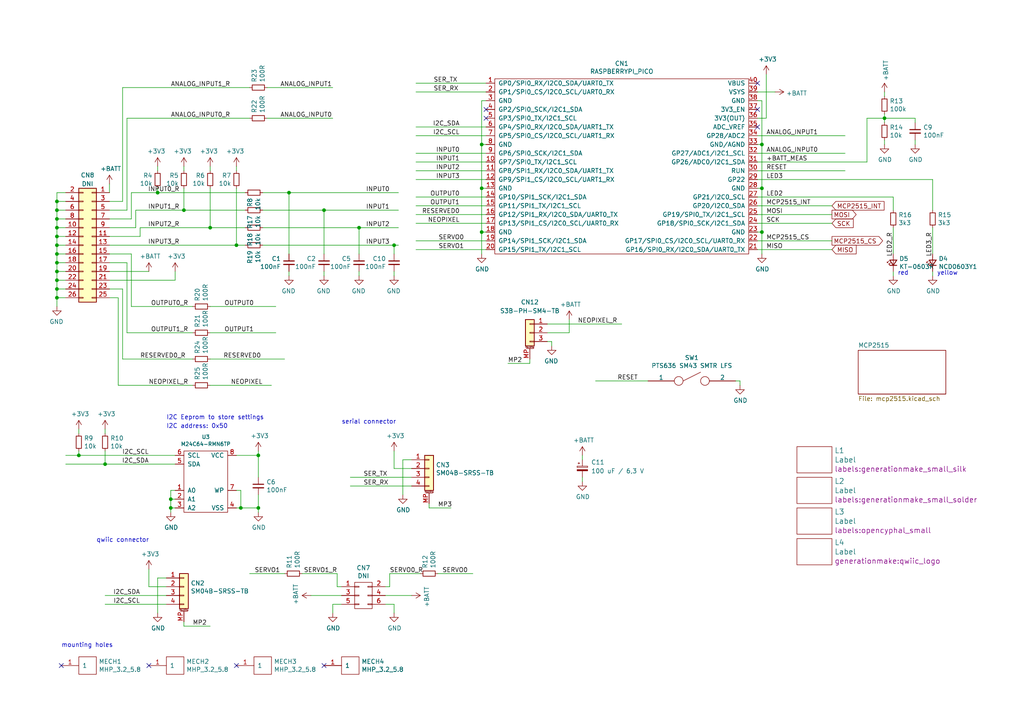
<source format=kicad_sch>
(kicad_sch (version 20211123) (generator eeschema)
  (paper "A4")
  (title_block (title "CyphalPicoBase/CAN") (date "2023-09-21") (rev "0.3") (company "generationmake"))
  (lib_symbols
    (symbol "Connector_Generic:Conn_02x13_Odd_Even" (pin_names (offset 1.016) hide)
      (property "Reference" "J" (at 1.27 17.78 0))
      (property "Value" "Conn_02x13_Odd_Even" (at 1.27 -17.78 0))
      (symbol "Conn_02x13_Odd_Even_1_1"
        (pin passive line (at -5.08 15.24 0) (length 3.81) (name "Pin_1") (number "1"))
        (pin passive line (at 7.62 5.08 180) (length 3.81) (name "Pin_10") (number "10"))
        (pin passive line (at -5.08 2.54 0) (length 3.81) (name "Pin_11") (number "11"))
        (pin passive line (at 7.62 2.54 180) (length 3.81) (name "Pin_12") (number "12"))
        (pin passive line (at -5.08 0 0) (length 3.81) (name "Pin_13") (number "13"))
        (pin passive line (at 7.62 0 180) (length 3.81) (name "Pin_14") (number "14"))
        (pin passive line (at -5.08 -2.54 0) (length 3.81) (name "Pin_15") (number "15"))
        (pin passive line (at 7.62 -2.54 180) (length 3.81) (name "Pin_16") (number "16"))
        (pin passive line (at -5.08 -5.08 0) (length 3.81) (name "Pin_17") (number "17"))
        (pin passive line (at 7.62 -5.08 180) (length 3.81) (name "Pin_18") (number "18"))
        (pin passive line (at -5.08 -7.62 0) (length 3.81) (name "Pin_19") (number "19"))
        (pin passive line (at 7.62 15.24 180) (length 3.81) (name "Pin_2") (number "2"))
        (pin passive line (at 7.62 -7.62 180) (length 3.81) (name "Pin_20") (number "20"))
        (pin passive line (at -5.08 -10.16 0) (length 3.81) (name "Pin_21") (number "21"))
        (pin passive line (at 7.62 -10.16 180) (length 3.81) (name "Pin_22") (number "22"))
        (pin passive line (at -5.08 -12.7 0) (length 3.81) (name "Pin_23") (number "23"))
        (pin passive line (at 7.62 -12.7 180) (length 3.81) (name "Pin_24") (number "24"))
        (pin passive line (at -5.08 -15.24 0) (length 3.81) (name "Pin_25") (number "25"))
        (pin passive line (at 7.62 -15.24 180) (length 3.81) (name "Pin_26") (number "26"))
        (pin passive line (at -5.08 12.7 0) (length 3.81) (name "Pin_3") (number "3"))
        (pin passive line (at 7.62 12.7 180) (length 3.81) (name "Pin_4") (number "4"))
        (pin passive line (at -5.08 10.16 0) (length 3.81) (name "Pin_5") (number "5"))
        (pin passive line (at 7.62 10.16 180) (length 3.81) (name "Pin_6") (number "6"))
        (pin passive line (at -5.08 7.62 0) (length 3.81) (name "Pin_7") (number "7"))
        (pin passive line (at 7.62 7.62 180) (length 3.81) (name "Pin_8") (number "8"))
        (pin passive line (at -5.08 5.08 0) (length 3.81) (name "Pin_9") (number "9"))
      )
    )
    (symbol "Connector_Generic_MountingPin:Conn_01x03_MountingPin" (pin_names (offset 1.016) hide)
      (property "Reference" "J" (at 0 5.08 0))
      (property "Value" "Conn_01x03_MountingPin" (at 1.27 -5.08 0))
      (symbol "Conn_01x03_MountingPin_1_1"
        (text "Mounting" (at 0 -4.191 0) (effects (font (size 0.381 0.381))))
        (pin passive line (at -5.08 2.54 0) (length 3.81) (name "Pin_1") (number "1"))
        (pin passive line (at -5.08 0 0) (length 3.81) (name "Pin_2") (number "2"))
        (pin passive line (at -5.08 -2.54 0) (length 3.81) (name "Pin_3") (number "3"))
        (pin passive line (at 0 -7.62 90) (length 3.048) (name "MountPin") (number "MP"))
      )
    )
    (symbol "Connector_Generic_MountingPin:Conn_01x04_MountingPin" (pin_names (offset 1.016) hide)
      (property "Reference" "J" (at 0 5.08 0))
      (property "Value" "Conn_01x04_MountingPin" (at 1.27 -7.62 0))
      (symbol "Conn_01x04_MountingPin_1_1"
        (text "Mounting" (at 0 -6.731 0) (effects (font (size 0.381 0.381))))
        (pin passive line (at -5.08 2.54 0) (length 3.81) (name "Pin_1") (number "1"))
        (pin passive line (at -5.08 0 0) (length 3.81) (name "Pin_2") (number "2"))
        (pin passive line (at -5.08 -2.54 0) (length 3.81) (name "Pin_3") (number "3"))
        (pin passive line (at -5.08 -5.08 0) (length 3.81) (name "Pin_4") (number "4"))
        (pin passive line (at 0 -10.16 90) (length 3.048) (name "MountPin") (number "MP"))
      )
    )
    (symbol "Device:C_Polarized_Small" (pin_numbers hide) (pin_names (offset 0.254) hide)
      (property "Reference" "C" (at 0.254 1.778 0))
      (property "Value" "C_Polarized_Small" (at 0.254 -2.032 0))
      (symbol "C_Polarized_Small_1_1"
        (pin passive line (at 0 2.54 270) (length 1.8542) (name "~") (number "1"))
        (pin passive line (at 0 -2.54 90) (length 1.8542) (name "~") (number "2"))
      )
    )
    (symbol "Device:C_Small" (pin_numbers hide) (pin_names (offset 0.254) hide)
      (property "Reference" "C" (at 0.254 1.778 0))
      (property "Value" "C_Small" (at 0.254 -2.032 0))
      (symbol "C_Small_1_1"
        (pin passive line (at 0 2.54 270) (length 2.032) (name "~") (number "1"))
        (pin passive line (at 0 -2.54 90) (length 2.032) (name "~") (number "2"))
      )
    )
    (symbol "Device:LED_Small" (pin_numbers hide) (pin_names (offset 0.254) hide)
      (property "Reference" "D" (at -1.27 3.175 0))
      (property "Value" "LED_Small" (at -4.445 -2.54 0))
      (symbol "LED_Small_1_1"
        (pin passive line (at -2.54 0 0) (length 1.778) (name "K") (number "1"))
        (pin passive line (at 2.54 0 180) (length 1.778) (name "A") (number "2"))
      )
    )
    (symbol "Device:R_Small" (pin_numbers hide) (pin_names (offset 0.254) hide)
      (property "Reference" "R" (at 0.762 0.508 0))
      (property "Value" "R_Small" (at 0.762 -1.016 0))
      (symbol "R_Small_1_1"
        (pin passive line (at 0 2.54 270) (length 0.762) (name "~") (number "1"))
        (pin passive line (at 0 -2.54 90) (length 0.762) (name "~") (number "2"))
      )
    )
    (symbol "OpenCyphalPicoBase-rescue:+3.3V-power-supply" (power) (pin_names (offset 0))
      (property "Value" "+3.3V-power-supply" (at 0 3.556 0))
      (symbol "+3.3V-power-supply_1_1"
        (pin power_in line (at 0 0 90) (length 0) hide (name "+3V3") (number "1"))
      )
    )
    (symbol "OpenCyphalPicoBase-rescue:+BATT-power-supply" (power) (pin_names (offset 0))
      (property "Value" "+BATT-power-supply" (at 0 3.556 0))
      (symbol "+BATT-power-supply_1_1"
        (pin power_in line (at 0 0 90) (length 0) hide (name "+BATT") (number "1"))
      )
    )
    (symbol "OpenCyphalPicoBase-rescue:24LC64-IC_interface_i2c" (pin_names (offset 1.016))
      (property "Reference" "U" (at 0 10.16 0))
      (property "Value" "24LC64-IC_interface_i2c" (at 0 -10.16 0))
      (symbol "24LC64-IC_interface_i2c_1_1"
        (pin input line (at -8.89 -2.54 0) (length 2.54) (name "A0") (number "1"))
        (pin input line (at -8.89 -5.08 0) (length 2.54) (name "A1") (number "2"))
        (pin input line (at -8.89 -7.62 0) (length 2.54) (name "A2") (number "3"))
        (pin input line (at 8.89 -7.62 180) (length 2.54) (name "VSS") (number "4"))
        (pin input line (at -8.89 5.08 0) (length 2.54) (name "SDA") (number "5"))
        (pin input line (at -8.89 7.62 0) (length 2.54) (name "SCL") (number "6"))
        (pin input line (at 8.89 -2.54 180) (length 2.54) (name "WP") (number "7"))
        (pin input line (at 8.89 7.62 180) (length 2.54) (name "VCC") (number "8"))
      )
    )
    (symbol "OpenCyphalPicoBase-rescue:CONN_02X03-mechanical-connectors" (pin_names (offset 0.0254) hide)
      (property "Reference" "P" (at 0 5.08 0))
      (property "Value" "CONN_02X03-mechanical-connectors" (at 0 -5.08 0))
      (symbol "CONN_02X03-mechanical-connectors_1_1"
        (pin passive line (at -6.35 2.54 0) (length 3.81) (name "P1") (number "1"))
        (pin passive line (at 6.35 2.54 180) (length 3.81) (name "P2") (number "2"))
        (pin passive line (at -6.35 0 0) (length 3.81) (name "P3") (number "3"))
        (pin passive line (at 6.35 0 180) (length 3.81) (name "P4") (number "4"))
        (pin passive line (at -6.35 -2.54 0) (length 3.81) (name "P5") (number "5"))
        (pin passive line (at 6.35 -2.54 180) (length 3.81) (name "P6") (number "6"))
      )
    )
    (symbol "OpenCyphalPicoBase-rescue:GND-power-supply" (power) (pin_names (offset 0))
      (property "Value" "GND-power-supply" (at 0 -3.81 0))
      (symbol "GND-power-supply_1_1"
        (pin power_in line (at 0 0 270) (length 0) hide (name "GND") (number "1"))
      )
    )
    (symbol "OpenCyphalPicoBase-rescue:Label-devices" (pin_names (offset 1.016))
      (property "Reference" "L" (at 0 5.08 0))
      (property "Value" "Label-devices" (at 0 0 0))
    )
    (symbol "OpenCyphalPicoBase-rescue:MHP_3.2_5.8-MECH_mounting-holes" (pin_names (offset 1.016))
      (property "Reference" "MECH" (at 0 3.81 0))
      (property "Value" "MHP_3.2_5.8-MECH_mounting-holes" (at 1.27 -3.81 0))
      (symbol "MHP_3.2_5.8-MECH_mounting-holes_1_1"
        (pin bidirectional line (at -7.62 0 0) (length 5.08) (name "1") (number "1"))
      )
    )
    (symbol "OpenCyphalPicoBase-rescue:RASPBERRYPI_PICO-MODULE_compute" (pin_names (offset 1.016))
      (property "Reference" "CN" (at 0 26.67 0))
      (property "Value" "RASPBERRYPI_PICO-MODULE_compute" (at 0 -26.67 0))
      (symbol "RASPBERRYPI_PICO-MODULE_compute_1_1"
        (pin input line (at -39.37 24.13 0) (length 2.54) (name "GP0/SPI0_RX/I2C0_SDA/UART0_TX") (number "1"))
        (pin input line (at -39.37 1.27 0) (length 2.54) (name "GP7/SPI0_TX/I2C1_SCL") (number "10"))
        (pin input line (at -39.37 -1.27 0) (length 2.54) (name "GP8/SPI1_RX/I2C0_SDA/UART1_TX") (number "11"))
        (pin input line (at -39.37 -3.81 0) (length 2.54) (name "GP9/SPI1_CS/I2C0_SCL/UART1_RX") (number "12"))
        (pin input line (at -39.37 -6.35 0) (length 2.54) (name "GND") (number "13"))
        (pin input line (at -39.37 -8.89 0) (length 2.54) (name "GP10/SPI1_SCK/I2C1_SDA") (number "14"))
        (pin input line (at -39.37 -11.43 0) (length 2.54) (name "GP11/SPI1_TX/I2C1_SCL") (number "15"))
        (pin input line (at -39.37 -13.97 0) (length 2.54) (name "GP12/SPI1_RX/I2C0_SDA/UART0_TX") (number "16"))
        (pin input line (at -39.37 -16.51 0) (length 2.54) (name "GP13/SPI1_CS/I2C0_SCL/UART0_RX") (number "17"))
        (pin input line (at -39.37 -19.05 0) (length 2.54) (name "GND") (number "18"))
        (pin input line (at -39.37 -21.59 0) (length 2.54) (name "GP14/SPI1_SCK/I2C1_SDA") (number "19"))
        (pin input line (at -39.37 21.59 0) (length 2.54) (name "GP1/SPI0_CS/I2C0_SCL/UART0_RX") (number "2"))
        (pin input line (at -39.37 -24.13 0) (length 2.54) (name "GP15/SPI1_TX/I2C1_SCL") (number "20"))
        (pin input line (at 39.37 -24.13 180) (length 2.54) (name "GP16/SPI0_RX/I2C0_SDA/UART0_TX") (number "21"))
        (pin input line (at 39.37 -21.59 180) (length 2.54) (name "GP17/SPI0_CS/I2C0_SCL/UART0_RX") (number "22"))
        (pin input line (at 39.37 -19.05 180) (length 2.54) (name "GND") (number "23"))
        (pin input line (at 39.37 -16.51 180) (length 2.54) (name "GP18/SPI0_SCK/I2C1_SDA") (number "24"))
        (pin input line (at 39.37 -13.97 180) (length 2.54) (name "GP19/SPI0_TX/I2C1_SCL") (number "25"))
        (pin input line (at 39.37 -11.43 180) (length 2.54) (name "GP20/I2C0_SDA") (number "26"))
        (pin input line (at 39.37 -8.89 180) (length 2.54) (name "GP21/I2C0_SCL") (number "27"))
        (pin input line (at 39.37 -6.35 180) (length 2.54) (name "GND") (number "28"))
        (pin input line (at 39.37 -3.81 180) (length 2.54) (name "GP22") (number "29"))
        (pin input line (at -39.37 19.05 0) (length 2.54) (name "GND") (number "3"))
        (pin input line (at 39.37 -1.27 180) (length 2.54) (name "RUN") (number "30"))
        (pin input line (at 39.37 1.27 180) (length 2.54) (name "GP26/ADC0/I2C1_SDA") (number "31"))
        (pin input line (at 39.37 3.81 180) (length 2.54) (name "GP27/ADC1/I2C1_SCL") (number "32"))
        (pin input line (at 39.37 6.35 180) (length 2.54) (name "GND/AGND") (number "33"))
        (pin input line (at 39.37 8.89 180) (length 2.54) (name "GP28/ADC2") (number "34"))
        (pin input line (at 39.37 11.43 180) (length 2.54) (name "ADC_VREF") (number "35"))
        (pin input line (at 39.37 13.97 180) (length 2.54) (name "3V3(OUT)") (number "36"))
        (pin input line (at 39.37 16.51 180) (length 2.54) (name "3V3_EN") (number "37"))
        (pin input line (at 39.37 19.05 180) (length 2.54) (name "GND") (number "38"))
        (pin input line (at 39.37 21.59 180) (length 2.54) (name "VSYS") (number "39"))
        (pin input line (at -39.37 16.51 0) (length 2.54) (name "GP2/SPI0_SCK/I2C1_SDA") (number "4"))
        (pin input line (at 39.37 24.13 180) (length 2.54) (name "VBUS") (number "40"))
        (pin input line (at -39.37 13.97 0) (length 2.54) (name "GP3/SPI0_TX/I2C1_SCL") (number "5"))
        (pin input line (at -39.37 11.43 0) (length 2.54) (name "GP4/SPI0_RX/I2C0_SDA/UART1_TX") (number "6"))
        (pin input line (at -39.37 8.89 0) (length 2.54) (name "GP5/SPI0_CS/I2C0_SCL/UART1_RX") (number "7"))
        (pin input line (at -39.37 6.35 0) (length 2.54) (name "GND") (number "8"))
        (pin input line (at -39.37 3.81 0) (length 2.54) (name "GP6/SPI0_SCK/I2C1_SDA") (number "9"))
      )
    )
    (symbol "OpenCyphalPicoBase-rescue:SPST-devices" (pin_numbers hide) (pin_names (offset 0))
      (property "Reference" "SW" (at 0 2.54 0))
      (property "Value" "SPST-devices" (at 0 -2.54 0))
      (symbol "SPST-devices_1_1"
        (pin input line (at -12.7 0 0) (length 7.62) (name "1") (number "1"))
        (pin input line (at 12.7 0 180) (length 7.62) (name "2") (number "2"))
      )
    )
  )
  (junction (at 16.51 83.82))
  (junction (at 16.51 60.96))
  (junction (at 16.51 68.58))
  (junction (at 30.48 134.62))
  (junction (at 74.93 147.32))
  (junction (at 16.51 86.36))
  (junction (at 220.98 54.61))
  (junction (at 139.7 67.31))
  (junction (at 83.82 55.88))
  (junction (at 16.51 63.5))
  (junction (at 93.98 60.96))
  (junction (at 45.72 55.88))
  (junction (at 16.51 78.74))
  (junction (at 49.53 147.32))
  (junction (at 16.51 81.28))
  (junction (at 104.14 66.04))
  (junction (at 16.51 66.04))
  (junction (at 22.86 132.08))
  (junction (at 53.34 60.96))
  (junction (at 74.93 132.08))
  (junction (at 220.98 67.31))
  (junction (at 220.98 41.91))
  (junction (at 16.51 58.42))
  (junction (at 114.3 71.12))
  (junction (at 49.53 144.78))
  (junction (at 16.51 76.2))
  (junction (at 69.85 147.32))
  (junction (at 68.58 71.12))
  (junction (at 60.96 66.04))
  (junction (at 139.7 54.61))
  (junction (at 16.51 73.66))
  (junction (at 256.54 34.29))
  (junction (at 16.51 71.12))
  (junction (at 139.7 41.91))
  (no_connect (at 140.97 34.29))
  (no_connect (at 219.71 36.83))
  (no_connect (at 140.97 31.75))
  (no_connect (at 93.98 193.04))
  (no_connect (at 17.78 193.04))
  (no_connect (at 219.71 31.75))
  (no_connect (at 43.18 193.04))
  (no_connect (at 219.71 24.13))
  (no_connect (at 68.58 193.04))
  (wire (pts (xy 68.58 49.53) (xy 68.58 48.26)))
  (wire (pts (xy 220.98 67.31) (xy 220.98 73.66)))
  (wire (pts (xy 265.43 40.64) (xy 265.43 41.91)))
  (wire (pts (xy 50.8 142.24) (xy 49.53 142.24)))
  (wire (pts (xy 96.52 34.29) (xy 77.47 34.29)))
  (wire (pts (xy 113.03 170.18) (xy 111.76 170.18)))
  (wire (pts (xy 30.48 175.26) (xy 48.26 175.26)))
  (wire (pts (xy 48.26 167.64) (xy 45.72 167.64)))
  (wire (pts (xy 22.86 124.46) (xy 22.86 125.73)))
  (wire (pts (xy 101.6 138.43) (xy 119.38 138.43)))
  (wire (pts (xy 74.93 147.32) (xy 74.93 148.59)))
  (wire (pts (xy 16.51 68.58) (xy 19.05 68.58)))
  (wire (pts (xy 31.75 81.28) (xy 50.8 81.28)))
  (wire (pts (xy 69.85 147.32) (xy 74.93 147.32)))
  (wire (pts (xy 45.72 167.64) (xy 45.72 177.8)))
  (wire (pts (xy 71.12 66.04) (xy 60.96 66.04)))
  (wire (pts (xy 38.1 63.5) (xy 38.1 55.88)))
  (wire (pts (xy 120.65 69.85) (xy 140.97 69.85)))
  (wire (pts (xy 19.05 58.42) (xy 16.51 58.42)))
  (wire (pts (xy 68.58 71.12) (xy 71.12 71.12)))
  (wire (pts (xy 111.76 175.26) (xy 114.3 175.26)))
  (wire (pts (xy 31.75 71.12) (xy 68.58 71.12)))
  (wire (pts (xy 120.65 39.37) (xy 140.97 39.37)))
  (wire (pts (xy 30.48 134.62) (xy 50.8 134.62)))
  (wire (pts (xy 104.14 73.66) (xy 104.14 66.04)))
  (wire (pts (xy 68.58 147.32) (xy 69.85 147.32)))
  (wire (pts (xy 256.54 27.94) (xy 256.54 26.67)))
  (wire (pts (xy 120.65 52.07) (xy 140.97 52.07)))
  (wire (pts (xy 35.56 58.42) (xy 35.56 25.4)))
  (wire (pts (xy 114.3 78.74) (xy 114.3 80.01)))
  (wire (pts (xy 22.86 132.08) (xy 50.8 132.08)))
  (wire (pts (xy 270.51 52.07) (xy 270.51 60.96)))
  (wire (pts (xy 50.8 144.78) (xy 49.53 144.78)))
  (wire (pts (xy 120.65 26.67) (xy 140.97 26.67)))
  (wire (pts (xy 36.83 60.96) (xy 36.83 34.29)))
  (wire (pts (xy 49.53 142.24) (xy 49.53 144.78)))
  (wire (pts (xy 259.08 57.15) (xy 259.08 60.96)))
  (wire (pts (xy 220.98 41.91) (xy 220.98 54.61)))
  (wire (pts (xy 16.51 73.66) (xy 16.51 76.2)))
  (wire (pts (xy 241.3 59.69) (xy 219.71 59.69)))
  (wire (pts (xy 139.7 29.21) (xy 139.7 41.91)))
  (wire (pts (xy 36.83 96.52) (xy 55.88 96.52)))
  (wire (pts (xy 31.75 63.5) (xy 38.1 63.5)))
  (wire (pts (xy 93.98 60.96) (xy 76.2 60.96)))
  (wire (pts (xy 115.57 60.96) (xy 93.98 60.96)))
  (wire (pts (xy 80.01 88.9) (xy 60.96 88.9)))
  (wire (pts (xy 219.71 29.21) (xy 220.98 29.21)))
  (wire (pts (xy 60.96 181.61) (xy 53.34 181.61)))
  (wire (pts (xy 35.56 83.82) (xy 35.56 104.14)))
  (wire (pts (xy 16.51 66.04) (xy 16.51 68.58)))
  (wire (pts (xy 74.93 132.08) (xy 74.93 138.43)))
  (wire (pts (xy 153.67 105.41) (xy 153.67 104.14)))
  (wire (pts (xy 139.7 67.31) (xy 139.7 73.66)))
  (wire (pts (xy 259.08 78.74) (xy 259.08 80.01)))
  (wire (pts (xy 34.29 86.36) (xy 34.29 111.76)))
  (wire (pts (xy 45.72 48.26) (xy 45.72 49.53)))
  (wire (pts (xy 256.54 40.64) (xy 256.54 41.91)))
  (wire (pts (xy 16.51 86.36) (xy 16.51 88.9)))
  (wire (pts (xy 87.63 166.37) (xy 97.79 166.37)))
  (wire (pts (xy 251.46 34.29) (xy 256.54 34.29)))
  (wire (pts (xy 31.75 60.96) (xy 36.83 60.96)))
  (wire (pts (xy 220.98 29.21) (xy 220.98 41.91)))
  (wire (pts (xy 259.08 66.04) (xy 259.08 73.66)))
  (wire (pts (xy 241.3 72.39) (xy 219.71 72.39)))
  (wire (pts (xy 16.51 68.58) (xy 16.51 71.12)))
  (wire (pts (xy 69.85 142.24) (xy 69.85 147.32)))
  (wire (pts (xy 256.54 35.56) (xy 256.54 34.29)))
  (wire (pts (xy 139.7 54.61) (xy 139.7 67.31)))
  (wire (pts (xy 180.34 93.98) (xy 158.75 93.98)))
  (wire (pts (xy 71.12 55.88) (xy 45.72 55.88)))
  (wire (pts (xy 120.65 36.83) (xy 140.97 36.83)))
  (wire (pts (xy 119.38 133.35) (xy 116.84 133.35)))
  (wire (pts (xy 168.91 138.43) (xy 168.91 139.7)))
  (wire (pts (xy 16.51 73.66) (xy 19.05 73.66)))
  (wire (pts (xy 16.51 55.88) (xy 16.51 58.42)))
  (wire (pts (xy 251.46 46.99) (xy 251.46 34.29)))
  (wire (pts (xy 114.3 135.89) (xy 114.3 130.81)))
  (wire (pts (xy 43.18 170.18) (xy 43.18 165.1)))
  (wire (pts (xy 16.51 76.2) (xy 19.05 76.2)))
  (wire (pts (xy 16.51 83.82) (xy 19.05 83.82)))
  (wire (pts (xy 219.71 41.91) (xy 220.98 41.91)))
  (wire (pts (xy 219.71 34.29) (xy 222.25 34.29)))
  (wire (pts (xy 80.01 96.52) (xy 60.96 96.52)))
  (wire (pts (xy 137.16 166.37) (xy 127 166.37)))
  (wire (pts (xy 245.11 44.45) (xy 219.71 44.45)))
  (wire (pts (xy 172.72 110.49) (xy 187.96 110.49)))
  (wire (pts (xy 40.64 66.04) (xy 60.96 66.04)))
  (wire (pts (xy 116.84 133.35) (xy 116.84 143.51)))
  (wire (pts (xy 53.34 49.53) (xy 53.34 48.26)))
  (wire (pts (xy 19.05 63.5) (xy 16.51 63.5)))
  (wire (pts (xy 113.03 166.37) (xy 121.92 166.37)))
  (wire (pts (xy 60.96 48.26) (xy 60.96 49.53)))
  (wire (pts (xy 68.58 54.61) (xy 68.58 71.12)))
  (wire (pts (xy 68.58 142.24) (xy 69.85 142.24)))
  (wire (pts (xy 22.86 130.81) (xy 22.86 132.08)))
  (wire (pts (xy 165.1 96.52) (xy 165.1 92.71)))
  (wire (pts (xy 90.17 172.72) (xy 99.06 172.72)))
  (wire (pts (xy 16.51 83.82) (xy 16.51 86.36)))
  (wire (pts (xy 36.83 76.2) (xy 36.83 96.52)))
  (wire (pts (xy 140.97 29.21) (xy 139.7 29.21)))
  (wire (pts (xy 140.97 41.91) (xy 139.7 41.91)))
  (wire (pts (xy 40.64 68.58) (xy 40.64 66.04)))
  (wire (pts (xy 74.93 130.81) (xy 74.93 132.08)))
  (wire (pts (xy 49.53 147.32) (xy 49.53 148.59)))
  (wire (pts (xy 219.71 46.99) (xy 251.46 46.99)))
  (wire (pts (xy 16.51 60.96) (xy 16.51 63.5)))
  (wire (pts (xy 83.82 78.74) (xy 83.82 80.01)))
  (wire (pts (xy 241.3 64.77) (xy 219.71 64.77)))
  (wire (pts (xy 16.51 71.12) (xy 16.51 73.66)))
  (wire (pts (xy 270.51 78.74) (xy 270.51 80.01)))
  (wire (pts (xy 39.37 60.96) (xy 53.34 60.96)))
  (wire (pts (xy 83.82 55.88) (xy 76.2 55.88)))
  (wire (pts (xy 31.75 76.2) (xy 36.83 76.2)))
  (wire (pts (xy 93.98 78.74) (xy 93.98 80.01)))
  (wire (pts (xy 119.38 135.89) (xy 114.3 135.89)))
  (wire (pts (xy 158.75 99.06) (xy 160.02 99.06)))
  (wire (pts (xy 19.05 134.62) (xy 30.48 134.62)))
  (wire (pts (xy 168.91 132.08) (xy 168.91 133.35)))
  (wire (pts (xy 256.54 34.29) (xy 265.43 34.29)))
  (wire (pts (xy 140.97 54.61) (xy 139.7 54.61)))
  (wire (pts (xy 19.05 132.08) (xy 22.86 132.08)))
  (wire (pts (xy 219.71 57.15) (xy 259.08 57.15)))
  (wire (pts (xy 45.72 54.61) (xy 45.72 55.88)))
  (wire (pts (xy 48.26 170.18) (xy 43.18 170.18)))
  (wire (pts (xy 97.79 170.18) (xy 99.06 170.18)))
  (wire (pts (xy 219.71 52.07) (xy 270.51 52.07)))
  (wire (pts (xy 16.51 78.74) (xy 16.51 81.28)))
  (wire (pts (xy 53.34 181.61) (xy 53.34 180.34)))
  (wire (pts (xy 120.65 59.69) (xy 140.97 59.69)))
  (wire (pts (xy 120.65 44.45) (xy 140.97 44.45)))
  (wire (pts (xy 16.51 58.42) (xy 16.51 60.96)))
  (wire (pts (xy 114.3 71.12) (xy 76.2 71.12)))
  (wire (pts (xy 16.51 78.74) (xy 19.05 78.74)))
  (wire (pts (xy 120.65 57.15) (xy 140.97 57.15)))
  (wire (pts (xy 53.34 54.61) (xy 53.34 60.96)))
  (wire (pts (xy 31.75 58.42) (xy 35.56 58.42)))
  (wire (pts (xy 220.98 54.61) (xy 220.98 67.31)))
  (wire (pts (xy 60.96 104.14) (xy 82.55 104.14)))
  (wire (pts (xy 130.81 147.32) (xy 124.46 147.32)))
  (wire (pts (xy 219.71 67.31) (xy 220.98 67.31)))
  (wire (pts (xy 39.37 66.04) (xy 39.37 60.96)))
  (wire (pts (xy 96.52 25.4) (xy 77.47 25.4)))
  (wire (pts (xy 55.88 88.9) (xy 38.1 88.9)))
  (wire (pts (xy 16.51 66.04) (xy 19.05 66.04)))
  (wire (pts (xy 265.43 34.29) (xy 265.43 35.56)))
  (wire (pts (xy 119.38 172.72) (xy 111.76 172.72)))
  (wire (pts (xy 35.56 25.4) (xy 72.39 25.4)))
  (wire (pts (xy 139.7 41.91) (xy 139.7 54.61)))
  (wire (pts (xy 16.51 63.5) (xy 16.51 66.04)))
  (wire (pts (xy 160.02 99.06) (xy 160.02 100.33)))
  (wire (pts (xy 16.51 76.2) (xy 16.51 78.74)))
  (wire (pts (xy 115.57 55.88) (xy 83.82 55.88)))
  (wire (pts (xy 31.75 86.36) (xy 34.29 86.36)))
  (wire (pts (xy 30.48 172.72) (xy 48.26 172.72)))
  (wire (pts (xy 120.65 64.77) (xy 140.97 64.77)))
  (wire (pts (xy 16.51 71.12) (xy 19.05 71.12)))
  (wire (pts (xy 115.57 66.04) (xy 104.14 66.04)))
  (wire (pts (xy 19.05 60.96) (xy 16.51 60.96)))
  (wire (pts (xy 74.93 143.51) (xy 74.93 147.32)))
  (wire (pts (xy 214.63 110.49) (xy 214.63 111.76)))
  (wire (pts (xy 31.75 83.82) (xy 35.56 83.82)))
  (wire (pts (xy 120.65 24.13) (xy 140.97 24.13)))
  (wire (pts (xy 36.83 34.29) (xy 72.39 34.29)))
  (wire (pts (xy 222.25 34.29) (xy 222.25 21.59)))
  (wire (pts (xy 38.1 55.88) (xy 45.72 55.88)))
  (wire (pts (xy 120.65 46.99) (xy 140.97 46.99)))
  (wire (pts (xy 83.82 73.66) (xy 83.82 55.88)))
  (wire (pts (xy 53.34 60.96) (xy 71.12 60.96)))
  (wire (pts (xy 50.8 147.32) (xy 49.53 147.32)))
  (wire (pts (xy 147.32 105.41) (xy 153.67 105.41)))
  (wire (pts (xy 35.56 104.14) (xy 55.88 104.14)))
  (wire (pts (xy 72.39 166.37) (xy 82.55 166.37)))
  (wire (pts (xy 224.79 26.67) (xy 219.71 26.67)))
  (wire (pts (xy 99.06 175.26) (xy 96.52 175.26)))
  (wire (pts (xy 124.46 147.32) (xy 124.46 146.05)))
  (wire (pts (xy 113.03 166.37) (xy 113.03 170.18)))
  (wire (pts (xy 49.53 144.78) (xy 49.53 147.32)))
  (wire (pts (xy 245.11 49.53) (xy 219.71 49.53)))
  (wire (pts (xy 213.36 110.49) (xy 214.63 110.49)))
  (wire (pts (xy 31.75 73.66) (xy 38.1 73.66)))
  (wire (pts (xy 50.8 81.28) (xy 50.8 78.74)))
  (wire (pts (xy 55.88 111.76) (xy 34.29 111.76)))
  (wire (pts (xy 219.71 54.61) (xy 220.98 54.61)))
  (wire (pts (xy 30.48 130.81) (xy 30.48 134.62)))
  (wire (pts (xy 241.3 69.85) (xy 219.71 69.85)))
  (wire (pts (xy 31.75 78.74) (xy 43.18 78.74)))
  (wire (pts (xy 30.48 124.46) (xy 30.48 125.73)))
  (wire (pts (xy 60.96 54.61) (xy 60.96 66.04)))
  (wire (pts (xy 140.97 67.31) (xy 139.7 67.31)))
  (wire (pts (xy 97.79 166.37) (xy 97.79 170.18)))
  (wire (pts (xy 93.98 73.66) (xy 93.98 60.96)))
  (wire (pts (xy 115.57 71.12) (xy 114.3 71.12)))
  (wire (pts (xy 120.65 49.53) (xy 140.97 49.53)))
  (wire (pts (xy 120.65 62.23) (xy 140.97 62.23)))
  (wire (pts (xy 114.3 175.26) (xy 114.3 177.8)))
  (wire (pts (xy 31.75 53.34) (xy 31.75 55.88)))
  (wire (pts (xy 19.05 55.88) (xy 16.51 55.88)))
  (wire (pts (xy 101.6 140.97) (xy 119.38 140.97)))
  (wire (pts (xy 16.51 81.28) (xy 19.05 81.28)))
  (wire (pts (xy 158.75 96.52) (xy 165.1 96.52)))
  (wire (pts (xy 78.74 111.76) (xy 60.96 111.76)))
  (wire (pts (xy 16.51 81.28) (xy 16.51 83.82)))
  (wire (pts (xy 31.75 68.58) (xy 40.64 68.58)))
  (wire (pts (xy 120.65 72.39) (xy 140.97 72.39)))
  (wire (pts (xy 68.58 132.08) (xy 74.93 132.08)))
  (wire (pts (xy 104.14 66.04) (xy 76.2 66.04)))
  (wire (pts (xy 104.14 78.74) (xy 104.14 80.01)))
  (wire (pts (xy 241.3 62.23) (xy 219.71 62.23)))
  (wire (pts (xy 16.51 86.36) (xy 19.05 86.36)))
  (wire (pts (xy 245.11 39.37) (xy 219.71 39.37)))
  (wire (pts (xy 96.52 175.26) (xy 96.52 177.8)))
  (wire (pts (xy 38.1 73.66) (xy 38.1 88.9)))
  (wire (pts (xy 114.3 73.66) (xy 114.3 71.12)))
  (wire (pts (xy 31.75 66.04) (xy 39.37 66.04)))
  (wire (pts (xy 270.51 66.04) (xy 270.51 73.66)))
  (wire (pts (xy 256.54 34.29) (xy 256.54 33.02)))
  (text "yellow" (at 271.78 80.01 0) (effects (font (size 1.27 1.27)) (justify left bottom)))
  (text "serial connector" (at 99.06 123.19 0) (effects (font (size 1.27 1.27)) (justify left bottom)))
  (text "qwiic connector" (at 27.94 157.48 0) (effects (font (size 1.27 1.27)) (justify left bottom)))
  (text "mounting holes" (at 17.78 187.96 0) (effects (font (size 1.27 1.27)) (justify left bottom)))
  (text "red" (at 260.35 80.01 0) (effects (font (size 1.27 1.27)) (justify left bottom)))
  (text "I2C address: 0x50" (at 48.26 124.46 0) (effects (font (size 1.27 1.27)) (justify left bottom)))
  (text "I2C Eeprom to store settings" (at 48.26 121.92 0) (effects (font (size 1.27 1.27)) (justify left bottom)))
  (label "RESET" (at 222.25 49.53 0))
  (label "LED2_R" (at 259.08 67.31 270))
  (label "MP2" (at 147.32 105.41 0))
  (label "I2C_SCL" (at 43.18 132.08 180))
  (label "INPUT1_R" (at 52.07 60.96 180))
  (label "SER_TX" (at 125.73 24.13 0))
  (label "RESERVED0" (at 64.77 104.14 0))
  (label "ANALOG_INPUT0_R" (at 49.53 34.29 0))
  (label "MP2" (at 55.88 181.61 0))
  (label "MOSI" (at 222.25 62.23 0))
  (label "SERVO1" (at 81.28 166.37 180))
  (label "INPUT2_R" (at 52.07 66.04 180))
  (label "RESERVED0_R" (at 40.64 104.14 0))
  (label "LED2" (at 222.25 57.15 0))
  (label "ANALOG_INPUT0" (at 222.25 44.45 0))
  (label "LED3_R" (at 270.51 67.31 270))
  (label "SER_RX" (at 125.73 26.67 0))
  (label "OUTPUT0" (at 73.66 88.9 180))
  (label "I2C_SCL" (at 133.35 39.37 180))
  (label "ANALOG_INPUT0" (at 81.28 34.29 0))
  (label "INPUT2" (at 133.35 49.53 180))
  (label "INPUT0_R" (at 52.07 55.88 180))
  (label "INPUT0" (at 133.35 44.45 180))
  (label "ANALOG_INPUT1" (at 222.25 39.37 0))
  (label "INPUT3" (at 113.03 71.12 180))
  (label "LED3" (at 222.25 52.07 0))
  (label "SER_RX" (at 105.41 140.97 0))
  (label "I2C_SDA" (at 40.64 172.72 180))
  (label "I2C_SCL" (at 40.64 175.26 180))
  (label "OUTPUT1" (at 133.35 59.69 180))
  (label "SERVO0" (at 134.62 69.85 180))
  (label "I2C_SDA" (at 133.35 36.83 180))
  (label "RESERVED0" (at 133.35 62.23 180))
  (label "RESET" (at 179.07 110.49 0))
  (label "SERVO0" (at 128.27 166.37 0))
  (label "ANALOG_INPUT1_R" (at 49.53 25.4 0))
  (label "OUTPUT1_R" (at 54.61 96.52 180))
  (label "OUTPUT0_R" (at 54.61 88.9 180))
  (label "OUTPUT0" (at 133.35 57.15 180))
  (label "INPUT1" (at 133.35 46.99 180))
  (label "SERVO0_R" (at 113.03 166.37 0))
  (label "NEOPIXEL_R" (at 179.07 93.98 180))
  (label "NEOPIXEL_R" (at 54.61 111.76 180))
  (label "SCK" (at 222.25 64.77 0))
  (label "INPUT3" (at 133.35 52.07 180))
  (label "OUTPUT1" (at 73.66 96.52 180))
  (label "SER_TX" (at 105.41 138.43 0))
  (label "NEOPIXEL" (at 76.2 111.76 180))
  (label "MISO" (at 222.25 72.39 0))
  (label "INPUT3_R" (at 52.07 71.12 180))
  (label "SERVO1" (at 134.62 72.39 180))
  (label "MCP2515_INT" (at 222.25 59.69 0))
  (label "MP3" (at 127 147.32 0))
  (label "INPUT0" (at 113.03 55.88 180))
  (label "INPUT2" (at 113.03 66.04 180))
  (label "ANALOG_INPUT1" (at 81.28 25.4 0))
  (label "INPUT1" (at 113.03 60.96 180))
  (label "SERVO1_R" (at 97.79 166.37 180))
  (label "+BATT_MEAS" (at 222.25 46.99 0))
  (label "I2C_SDA" (at 43.18 134.62 180))
  (label "MCP2515_CS" (at 222.25 69.85 0))
  (label "NEOPIXEL" (at 133.35 64.77 180))
  (global_label "MISO" (shape input) (at 241.3 72.39 0) (property "Referenzen zwischen Schaltplänen" "${INTERSHEET_REFS}" (effects hide)))
  (global_label "MOSI" (shape output) (at 241.3 62.23 0) (property "Referenzen zwischen Schaltplänen" "${INTERSHEET_REFS}" (effects hide)))
  (global_label "MCP2515_CS" (shape output) (at 241.3 69.85 0) (property "Referenzen zwischen Schaltplänen" "${INTERSHEET_REFS}" (effects hide)))
  (global_label "SCK" (shape input) (at 241.3 64.77 0) (property "Referenzen zwischen Schaltplänen" "${INTERSHEET_REFS}" (effects hide)))
  (global_label "MCP2515_INT" (shape input) (at 241.3 59.69 0) (property "Referenzen zwischen Schaltplänen" "${INTERSHEET_REFS}" (effects hide)))
  (symbol (lib_id "OpenCyphalPicoBase-rescue:MHP_3.2_5.8-MECH_mounting-holes") (at 25.4 193.04 0) (unit 1) (in_bom no)
    (property "Reference" "MECH1" (at 28.6512 191.8716 0) (effects (justify left)))
    (property "Value" "MHP_3.2_5.8" (at 28.6512 194.183 0) (effects (justify left)))
    (property "Footprint" "MECH_mounting_holes:MHP_3.2_5.8" (effects hide))
  )
  (symbol (lib_id "OpenCyphalPicoBase-rescue:MHP_3.2_5.8-MECH_mounting-holes") (at 50.8 193.04 0) (unit 1) (in_bom no)
    (property "Reference" "MECH2" (at 54.0512 191.8716 0) (effects (justify left)))
    (property "Value" "MHP_3.2_5.8" (at 54.0512 194.183 0) (effects (justify left)))
    (property "Footprint" "MECH_mounting_holes:MHP_3.2_5.8" (effects hide))
  )
  (symbol (lib_id "OpenCyphalPicoBase-rescue:MHP_3.2_5.8-MECH_mounting-holes") (at 76.2 193.04 0) (unit 1) (in_bom no)
    (property "Reference" "MECH3" (at 79.4512 191.8716 0) (effects (justify left)))
    (property "Value" "MHP_3.2_5.8" (at 79.4512 194.183 0) (effects (justify left)))
    (property "Footprint" "MECH_mounting_holes:MHP_3.2_5.8" (effects hide))
  )
  (symbol (lib_id "OpenCyphalPicoBase-rescue:MHP_3.2_5.8-MECH_mounting-holes") (at 101.6 193.04 0) (unit 1) (in_bom no)
    (property "Reference" "MECH4" (at 104.8512 191.8716 0) (effects (justify left)))
    (property "Value" "MHP_3.2_5.8" (at 104.8512 194.183 0) (effects (justify left)))
    (property "Footprint" "MECH_mounting_holes:MHP_3.2_5.8" (effects hide))
  )
  (symbol (lib_id "OpenCyphalPicoBase-rescue:GND-power-supply") (at 139.7 73.66 0) (unit 1)
    (property "Reference" "#PWR01" (effects hide))
    (property "Value" "GND" (at 139.827 78.0542 0))
  )
  (symbol (lib_id "OpenCyphalPicoBase-rescue:+3.3V-power-supply") (at 222.25 21.59 0) (unit 1)
    (property "Reference" "#PWR02" (effects hide))
    (property "Value" "+3.3V" (at 222.631 17.1958 0))
  )
  (symbol (lib_id "OpenCyphalPicoBase-rescue:CONN_02X03-mechanical-connectors") (at 105.41 172.72 0) (unit 1) (in_bom no)
    (property "Reference" "CN7" (at 105.41 164.719 0))
    (property "Value" "DNI" (at 105.41 167.0304 0))
    (property "Footprint" "Connector_PinHeader_2.54mm:PinHeader_2x03_P2.54mm_Horizontal" (effects hide))
  )
  (symbol (lib_id "OpenCyphalPicoBase-rescue:GND-power-supply") (at 96.52 177.8 0) (unit 1)
    (property "Reference" "#PWR032" (effects hide))
    (property "Value" "GND" (at 96.647 182.1942 0))
  )
  (symbol (lib_id "OpenCyphalPicoBase-rescue:GND-power-supply") (at 114.3 177.8 0) (unit 1)
    (property "Reference" "#PWR033" (effects hide))
    (property "Value" "GND" (at 114.427 182.1942 0))
  )
  (symbol (lib_id "Connector_Generic_MountingPin:Conn_01x04_MountingPin") (at 124.46 135.89 0) (unit 1)
    (property "Reference" "CN3" (at 126.4412 134.8486 0) (effects (justify left)))
    (property "Value" "SM04B-SRSS-TB" (at 126.4412 137.16 0) (effects (justify left)))
    (property "Footprint" "Connector_JST:JST_SH_SM04B-SRSS-TB_1x04-1MP_P1.00mm_Horizontal" (effects hide))
    (property "LCSC" "C160404" (effects hide))
  )
  (symbol (lib_id "OpenCyphalPicoBase-rescue:GND-power-supply") (at 116.84 143.51 0) (unit 1)
    (property "Reference" "#PWR040" (effects hide))
    (property "Value" "GND" (at 116.967 147.9042 0))
  )
  (symbol (lib_id "OpenCyphalPicoBase-rescue:+3.3V-power-supply") (at 114.3 130.81 0) (unit 1)
    (property "Reference" "#PWR039" (effects hide))
    (property "Value" "+3.3V" (at 114.681 126.4158 0))
  )
  (symbol (lib_id "Device:R_Small") (at 22.86 128.27 0) (unit 1)
    (property "Reference" "R9" (at 24.3586 127.1016 0) (effects (justify left)))
    (property "Value" "10k" (at 24.3586 129.413 0) (effects (justify left)))
    (property "Footprint" "Resistor_SMD:R_0603_1608Metric" (effects hide))
    (property "LCSC" "C25804" (effects hide))
  )
  (symbol (lib_id "Device:R_Small") (at 30.48 128.27 0) (unit 1)
    (property "Reference" "R10" (at 31.9786 127.1016 0) (effects (justify left)))
    (property "Value" "10k" (at 31.9786 129.413 0) (effects (justify left)))
    (property "Footprint" "Resistor_SMD:R_0603_1608Metric" (effects hide))
    (property "LCSC" "C25804" (effects hide))
  )
  (symbol (lib_id "OpenCyphalPicoBase-rescue:+3.3V-power-supply") (at 22.86 124.46 0) (unit 1)
    (property "Reference" "#PWR041" (effects hide))
    (property "Value" "+3.3V" (at 23.241 120.0658 0))
  )
  (symbol (lib_id "OpenCyphalPicoBase-rescue:+3.3V-power-supply") (at 30.48 124.46 0) (unit 1)
    (property "Reference" "#PWR042" (effects hide))
    (property "Value" "+3.3V" (at 30.861 120.0658 0))
  )
  (symbol (lib_id "OpenCyphalPicoBase-rescue:GND-power-supply") (at 45.72 177.8 0) (unit 1)
    (property "Reference" "#PWR031" (effects hide))
    (property "Value" "GND" (at 45.847 182.1942 0))
  )
  (symbol (lib_id "Connector_Generic_MountingPin:Conn_01x04_MountingPin") (at 53.34 170.18 0) (unit 1)
    (property "Reference" "CN2" (at 55.3212 169.1386 0) (effects (justify left)))
    (property "Value" "SM04B-SRSS-TB" (at 55.3212 171.45 0) (effects (justify left)))
    (property "Footprint" "Connector_JST:JST_SH_SM04B-SRSS-TB_1x04-1MP_P1.00mm_Horizontal" (effects hide))
    (property "LCSC" "C160404" (effects hide))
  )
  (symbol (lib_id "OpenCyphalPicoBase-rescue:+3.3V-power-supply") (at 43.18 165.1 0) (unit 1)
    (property "Reference" "#PWR019" (effects hide))
    (property "Value" "+3.3V" (at 43.561 160.7058 0))
  )
  (symbol (lib_id "Device:R_Small") (at 124.46 166.37 90) (unit 1)
    (property "Reference" "R12" (at 123.2916 164.8714 0) (effects (justify left)))
    (property "Value" "100R" (at 125.603 164.8714 0) (effects (justify left)))
    (property "Footprint" "Resistor_SMD:R_0603_1608Metric" (effects hide))
    (property "LCSC" "C22775" (effects hide))
  )
  (symbol (lib_id "Device:R_Small") (at 85.09 166.37 90) (unit 1)
    (property "Reference" "R11" (at 83.9216 164.8714 0) (effects (justify left)))
    (property "Value" "100R" (at 86.233 164.8714 0) (effects (justify left)))
    (property "Footprint" "Resistor_SMD:R_0603_1608Metric" (effects hide))
    (property "LCSC" "C22775" (effects hide))
  )
  (symbol (lib_id "OpenCyphalPicoBase-rescue:24LC64-IC_interface_i2c") (at 59.69 139.7 0) (unit 1)
    (property "Reference" "U3" (at 59.69 126.746 0) (effects (font (size 1.0922 1.0922))))
    (property "Value" "M24C64-RMN6TP" (at 59.69 128.8034 0) (effects (font (size 1.0922 1.0922))))
    (property "Footprint" "Package_SO:SOIC-8_3.9x4.9mm_P1.27mm" (effects hide))
    (property "LCSC" "C79988" (effects hide))
  )
  (symbol (lib_id "Device:C_Small") (at 74.93 140.97 0) (unit 1)
    (property "Reference" "C6" (at 77.2668 139.8016 0) (effects (justify left)))
    (property "Value" "100nF" (at 77.2668 142.113 0) (effects (justify left)))
    (property "Footprint" "Capacitor_SMD:C_0603_1608Metric" (effects hide))
    (property "LCSC" "C14663" (effects hide))
  )
  (symbol (lib_id "OpenCyphalPicoBase-rescue:+3.3V-power-supply") (at 74.93 130.81 0) (unit 1)
    (property "Reference" "#PWR016" (effects hide))
    (property "Value" "+3.3V" (at 75.311 126.4158 0))
  )
  (symbol (lib_id "OpenCyphalPicoBase-rescue:GND-power-supply") (at 74.93 148.59 0) (unit 1)
    (property "Reference" "#PWR018" (effects hide))
    (property "Value" "GND" (at 75.057 152.9842 0))
  )
  (symbol (lib_id "OpenCyphalPicoBase-rescue:GND-power-supply") (at 49.53 148.59 0) (unit 1)
    (property "Reference" "#PWR017" (effects hide))
    (property "Value" "GND" (at 49.657 152.9842 0))
  )
  (symbol (lib_id "OpenCyphalPicoBase-rescue:+BATT-power-supply") (at 224.79 26.67 270) (unit 1)
    (property "Reference" "#PWR015" (effects hide))
    (property "Value" "+BATT" (at 228.0158 27.051 90) (effects (justify left)))
  )
  (symbol (lib_id "Device:LED_Small") (at 259.08 76.2 90) (unit 1)
    (property "Reference" "D5" (at 260.8072 75.0316 90) (effects (justify right)))
    (property "Value" "KT-0603R" (at 260.8072 77.343 90) (effects (justify right)))
    (property "Footprint" "LED_SMD:LED_0603_1608Metric" (effects hide))
    (property "LCSC" "C2286" (effects hide))
  )
  (symbol (lib_id "Device:R_Small") (at 259.08 63.5 0) (unit 1)
    (property "Reference" "R16" (at 260.5786 62.3316 0) (effects (justify left)))
    (property "Value" "3k3" (at 260.5786 64.643 0) (effects (justify left)))
    (property "Footprint" "Resistor_SMD:R_0603_1608Metric" (effects hide))
    (property "LCSC" "C22978" (effects hide))
  )
  (symbol (lib_id "OpenCyphalPicoBase-rescue:GND-power-supply") (at 259.08 80.01 0) (unit 1)
    (property "Reference" "#PWR047" (effects hide))
    (property "Value" "GND" (at 259.207 84.4042 0))
  )
  (symbol (lib_id "Device:LED_Small") (at 270.51 76.2 90) (unit 1)
    (property "Reference" "D4" (at 272.2372 75.0316 90) (effects (justify right)))
    (property "Value" "NCD0603Y1" (at 272.2372 77.343 90) (effects (justify right)))
    (property "Footprint" "LED_SMD:LED_0603_1608Metric" (effects hide))
    (property "LCSC" "C84268" (effects hide))
  )
  (symbol (lib_id "Device:R_Small") (at 270.51 63.5 0) (unit 1)
    (property "Reference" "R15" (at 272.0086 62.3316 0) (effects (justify left)))
    (property "Value" "3k3" (at 272.0086 64.643 0) (effects (justify left)))
    (property "Footprint" "Resistor_SMD:R_0603_1608Metric" (effects hide))
    (property "LCSC" "C22978" (effects hide))
  )
  (symbol (lib_id "OpenCyphalPicoBase-rescue:GND-power-supply") (at 270.51 80.01 0) (unit 1)
    (property "Reference" "#PWR046" (effects hide))
    (property "Value" "GND" (at 270.637 84.4042 0))
  )
  (symbol (lib_id "Device:R_Small") (at 256.54 30.48 0) (unit 1)
    (property "Reference" "R13" (at 258.0386 29.3116 0) (effects (justify left)))
    (property "Value" "100k" (at 258.0386 31.623 0) (effects (justify left)))
    (property "Footprint" "Resistor_SMD:R_0603_1608Metric" (effects hide))
    (property "LCSC" "C25803" (effects hide))
  )
  (symbol (lib_id "Device:R_Small") (at 256.54 38.1 0) (unit 1)
    (property "Reference" "R14" (at 258.0386 36.9316 0) (effects (justify left)))
    (property "Value" "10k" (at 258.0386 39.243 0) (effects (justify left)))
    (property "Footprint" "Resistor_SMD:R_0603_1608Metric" (effects hide))
    (property "LCSC" "C25804" (effects hide))
  )
  (symbol (lib_id "Device:C_Small") (at 265.43 38.1 0) (unit 1)
    (property "Reference" "C9" (at 267.7668 36.9316 0) (effects (justify left)))
    (property "Value" "100nF" (at 267.7668 39.243 0) (effects (justify left)))
    (property "Footprint" "Capacitor_SMD:C_0603_1608Metric" (effects hide))
    (property "LCSC" "C14663" (effects hide))
  )
  (symbol (lib_id "OpenCyphalPicoBase-rescue:GND-power-supply") (at 265.43 41.91 0) (unit 1)
    (property "Reference" "#PWR045" (effects hide))
    (property "Value" "GND" (at 265.557 46.3042 0))
  )
  (symbol (lib_id "OpenCyphalPicoBase-rescue:GND-power-supply") (at 256.54 41.91 0) (unit 1)
    (property "Reference" "#PWR044" (effects hide))
    (property "Value" "GND" (at 256.667 46.3042 0))
  )
  (symbol (lib_id "OpenCyphalPicoBase-rescue:+BATT-power-supply") (at 256.54 26.67 0) (unit 1)
    (property "Reference" "#PWR043" (effects hide))
    (property "Value" "+BATT" (at 256.921 23.4442 90) (effects (justify left)))
  )
  (symbol (lib_id "OpenCyphalPicoBase-rescue:Label-devices") (at 236.22 133.35 0) (unit 1) (in_bom no)
    (property "Reference" "L1" (at 242.0112 130.6576 0) (effects (font (size 1.524 1.524)) (justify left)))
    (property "Value" "Label" (at 242.0112 133.35 0) (effects (font (size 1.524 1.524)) (justify left)))
    (property "Footprint" "labels:generationmake_small_silk" (at 242.0112 136.0424 0) (effects (font (size 1.524 1.524)) (justify left)))
  )
  (symbol (lib_id "OpenCyphalPicoBase-rescue:Label-devices") (at 236.22 142.24 0) (unit 1) (in_bom no)
    (property "Reference" "L2" (at 242.0112 139.5476 0) (effects (font (size 1.524 1.524)) (justify left)))
    (property "Value" "Label" (at 242.0112 142.24 0) (effects (font (size 1.524 1.524)) (justify left)))
    (property "Footprint" "labels:generationmake_small_solder" (at 242.0112 144.9324 0) (effects (font (size 1.524 1.524)) (justify left)))
  )
  (symbol (lib_id "OpenCyphalPicoBase-rescue:Label-devices") (at 236.22 151.13 0) (unit 1) (in_bom no)
    (property "Reference" "L3" (at 242.0112 148.4376 0) (effects (font (size 1.524 1.524)) (justify left)))
    (property "Value" "Label" (at 242.0112 151.13 0) (effects (font (size 1.524 1.524)) (justify left)))
    (property "Footprint" "labels:opencyphal_small" (at 242.0112 153.8224 0) (effects (font (size 1.524 1.524)) (justify left)))
  )
  (symbol (lib_id "OpenCyphalPicoBase-rescue:RASPBERRYPI_PICO-MODULE_compute") (at 180.34 48.26 0) (unit 1) (in_bom no)
    (property "Reference" "CN1" (at 180.34 18.415 0))
    (property "Value" "RASPBERRYPI_PICO" (at 180.34 20.7264 0))
    (property "Footprint" "generationmake:RASPI_PICO_SOLDER_Kopie" (effects hide))
  )
  (symbol (lib_id "OpenCyphalPicoBase-rescue:GND-power-supply") (at 220.98 73.66 0) (unit 1)
    (property "Reference" "#PWR05" (effects hide))
    (property "Value" "GND" (at 221.107 78.0542 0))
  )
  (symbol (lib_id "Device:R_Small") (at 45.72 52.07 0) (mirror y) (unit 1)
    (property "Reference" "R4" (at 44.2214 50.9016 0) (effects (justify left)))
    (property "Value" "10k" (at 44.2214 53.213 0) (effects (justify left)))
    (property "Footprint" "Resistor_SMD:R_0603_1608Metric" (effects hide))
    (property "LCSC" "C25804" (effects hide))
  )
  (symbol (lib_id "Device:R_Small") (at 53.34 52.07 0) (mirror y) (unit 1)
    (property "Reference" "R5" (at 51.8414 50.9016 0) (effects (justify left)))
    (property "Value" "10k" (at 51.8414 53.213 0) (effects (justify left)))
    (property "Footprint" "Resistor_SMD:R_0603_1608Metric" (effects hide))
    (property "LCSC" "C25804" (effects hide))
  )
  (symbol (lib_id "Device:R_Small") (at 60.96 52.07 0) (mirror y) (unit 1)
    (property "Reference" "R6" (at 59.4614 50.9016 0) (effects (justify left)))
    (property "Value" "10k" (at 59.4614 53.213 0) (effects (justify left)))
    (property "Footprint" "Resistor_SMD:R_0603_1608Metric" (effects hide))
    (property "LCSC" "C25804" (effects hide))
  )
  (symbol (lib_id "Device:R_Small") (at 68.58 52.07 0) (mirror y) (unit 1)
    (property "Reference" "R7" (at 67.0814 50.9016 0) (effects (justify left)))
    (property "Value" "10k" (at 67.0814 53.213 0) (effects (justify left)))
    (property "Footprint" "Resistor_SMD:R_0603_1608Metric" (effects hide))
    (property "LCSC" "C25804" (effects hide))
  )
  (symbol (lib_id "Device:R_Small") (at 73.66 55.88 90) (mirror x) (unit 1)
    (property "Reference" "R8" (at 72.4916 57.3786 0) (effects (justify left)))
    (property "Value" "10k" (at 74.803 57.3786 0) (effects (justify left)))
    (property "Footprint" "Resistor_SMD:R_0603_1608Metric" (effects hide))
    (property "LCSC" "C25804" (effects hide))
  )
  (symbol (lib_id "Device:R_Small") (at 73.66 60.96 90) (mirror x) (unit 1)
    (property "Reference" "R17" (at 72.4916 62.4586 0) (effects (justify left)))
    (property "Value" "10k" (at 74.803 62.4586 0) (effects (justify left)))
    (property "Footprint" "Resistor_SMD:R_0603_1608Metric" (effects hide))
    (property "LCSC" "C25804" (effects hide))
  )
  (symbol (lib_id "Device:R_Small") (at 73.66 66.04 90) (mirror x) (unit 1)
    (property "Reference" "R18" (at 72.4916 67.5386 0) (effects (justify left)))
    (property "Value" "10k" (at 74.803 67.5386 0) (effects (justify left)))
    (property "Footprint" "Resistor_SMD:R_0603_1608Metric" (effects hide))
    (property "LCSC" "C25804" (effects hide))
  )
  (symbol (lib_id "Device:R_Small") (at 73.66 71.12 90) (mirror x) (unit 1)
    (property "Reference" "R19" (at 72.4916 72.6186 0) (effects (justify left)))
    (property "Value" "10k" (at 74.803 72.6186 0) (effects (justify left)))
    (property "Footprint" "Resistor_SMD:R_0603_1608Metric" (effects hide))
    (property "LCSC" "C25804" (effects hide))
  )
  (symbol (lib_id "Device:C_Small") (at 83.82 76.2 0) (mirror y) (unit 1)
    (property "Reference" "C1" (at 81.4832 75.0316 0) (effects (justify left)))
    (property "Value" "100nF" (at 81.4832 77.343 0) (effects (justify left)))
    (property "Footprint" "Capacitor_SMD:C_0603_1608Metric" (effects hide))
    (property "LCSC" "C14663" (effects hide))
  )
  (symbol (lib_id "Device:C_Small") (at 93.98 76.2 0) (mirror y) (unit 1)
    (property "Reference" "C2" (at 91.6432 75.0316 0) (effects (justify left)))
    (property "Value" "100nF" (at 91.6432 77.343 0) (effects (justify left)))
    (property "Footprint" "Capacitor_SMD:C_0603_1608Metric" (effects hide))
    (property "LCSC" "C14663" (effects hide))
  )
  (symbol (lib_id "Device:C_Small") (at 104.14 76.2 0) (mirror y) (unit 1)
    (property "Reference" "C5" (at 101.8032 75.0316 0) (effects (justify left)))
    (property "Value" "100nF" (at 101.8032 77.343 0) (effects (justify left)))
    (property "Footprint" "Capacitor_SMD:C_0603_1608Metric" (effects hide))
    (property "LCSC" "C14663" (effects hide))
  )
  (symbol (lib_id "Device:C_Small") (at 114.3 76.2 0) (mirror y) (unit 1)
    (property "Reference" "C10" (at 111.9632 75.0316 0) (effects (justify left)))
    (property "Value" "100nF" (at 111.9632 77.343 0) (effects (justify left)))
    (property "Footprint" "Capacitor_SMD:C_0603_1608Metric" (effects hide))
    (property "LCSC" "C14663" (effects hide))
  )
  (symbol (lib_id "OpenCyphalPicoBase-rescue:GND-power-supply") (at 83.82 80.01 0) (mirror y) (unit 1)
    (property "Reference" "#PWR09" (effects hide))
    (property "Value" "GND" (at 83.693 84.4042 0))
  )
  (symbol (lib_id "OpenCyphalPicoBase-rescue:GND-power-supply") (at 93.98 80.01 0) (mirror y) (unit 1)
    (property "Reference" "#PWR010" (effects hide))
    (property "Value" "GND" (at 93.853 84.4042 0))
  )
  (symbol (lib_id "OpenCyphalPicoBase-rescue:GND-power-supply") (at 104.14 80.01 0) (mirror y) (unit 1)
    (property "Reference" "#PWR011" (effects hide))
    (property "Value" "GND" (at 104.013 84.4042 0))
  )
  (symbol (lib_id "OpenCyphalPicoBase-rescue:GND-power-supply") (at 114.3 80.01 0) (mirror y) (unit 1)
    (property "Reference" "#PWR012" (effects hide))
    (property "Value" "GND" (at 114.173 84.4042 0))
  )
  (symbol (lib_id "OpenCyphalPicoBase-rescue:+3.3V-power-supply") (at 45.72 48.26 0) (mirror y) (unit 1)
    (property "Reference" "#PWR03" (effects hide))
    (property "Value" "+3.3V" (at 45.339 43.8658 0))
  )
  (symbol (lib_id "OpenCyphalPicoBase-rescue:+3.3V-power-supply") (at 53.34 48.26 0) (mirror y) (unit 1)
    (property "Reference" "#PWR04" (effects hide))
    (property "Value" "+3.3V" (at 52.959 43.8658 0))
  )
  (symbol (lib_id "OpenCyphalPicoBase-rescue:+3.3V-power-supply") (at 60.96 48.26 0) (mirror y) (unit 1)
    (property "Reference" "#PWR06" (effects hide))
    (property "Value" "+3.3V" (at 60.579 43.8658 0))
  )
  (symbol (lib_id "OpenCyphalPicoBase-rescue:+3.3V-power-supply") (at 68.58 48.26 0) (mirror y) (unit 1)
    (property "Reference" "#PWR07" (effects hide))
    (property "Value" "+3.3V" (at 68.199 43.8658 0))
  )
  (symbol (lib_id "Device:R_Small") (at 58.42 88.9 90) (unit 1)
    (property "Reference" "R20" (at 57.2516 87.4014 0) (effects (justify left)))
    (property "Value" "100R" (at 59.563 87.4014 0) (effects (justify left)))
    (property "Footprint" "Resistor_SMD:R_0603_1608Metric" (effects hide))
    (property "LCSC" "C22775" (effects hide))
  )
  (symbol (lib_id "Device:R_Small") (at 58.42 96.52 90) (unit 1)
    (property "Reference" "R21" (at 57.2516 95.0214 0) (effects (justify left)))
    (property "Value" "100R" (at 59.563 95.0214 0) (effects (justify left)))
    (property "Footprint" "Resistor_SMD:R_0603_1608Metric" (effects hide))
    (property "LCSC" "C22775" (effects hide))
  )
  (symbol (lib_id "OpenCyphalPicoBase-rescue:GND-power-supply") (at 16.51 88.9 0) (mirror y) (unit 1)
    (property "Reference" "#PWR013" (effects hide))
    (property "Value" "GND" (at 16.383 93.2942 0))
  )
  (symbol (lib_id "Device:R_Small") (at 74.93 34.29 90) (unit 1)
    (property "Reference" "R22" (at 73.7616 32.7914 0) (effects (justify left)))
    (property "Value" "100R" (at 76.073 32.7914 0) (effects (justify left)))
    (property "Footprint" "Resistor_SMD:R_0603_1608Metric" (effects hide))
    (property "LCSC" "C22775" (effects hide))
  )
  (symbol (lib_id "Device:R_Small") (at 74.93 25.4 90) (unit 1)
    (property "Reference" "R23" (at 73.7616 23.9014 0) (effects (justify left)))
    (property "Value" "100R" (at 76.073 23.9014 0) (effects (justify left)))
    (property "Footprint" "Resistor_SMD:R_0603_1608Metric" (effects hide))
    (property "LCSC" "C22775" (effects hide))
  )
  (symbol (lib_id "Device:R_Small") (at 58.42 104.14 90) (unit 1)
    (property "Reference" "R24" (at 57.2516 102.6414 0) (effects (justify left)))
    (property "Value" "100R" (at 59.563 102.6414 0) (effects (justify left)))
    (property "Footprint" "Resistor_SMD:R_0603_1608Metric" (effects hide))
    (property "LCSC" "C22775" (effects hide))
  )
  (symbol (lib_id "Device:R_Small") (at 58.42 111.76 90) (unit 1)
    (property "Reference" "R25" (at 57.2516 110.2614 0) (effects (justify left)))
    (property "Value" "100R" (at 59.563 110.2614 0) (effects (justify left)))
    (property "Footprint" "Resistor_SMD:R_0603_1608Metric" (effects hide))
    (property "LCSC" "C22775" (effects hide))
  )
  (symbol (lib_id "OpenCyphalPicoBase-rescue:SPST-devices") (at 200.66 110.49 0) (unit 1)
    (property "Reference" "SW1" (at 200.66 103.759 0))
    (property "Value" "PTS636 SM43 SMTR LFS" (at 200.66 106.0704 0))
    (property "Footprint" "Button_Switch_SMD:SW_SPST_CK_RS282G05A3" (effects hide))
    (property "LCSC" "C2800965" (effects hide))
  )
  (symbol (lib_id "OpenCyphalPicoBase-rescue:GND-power-supply") (at 214.63 111.76 0) (unit 1)
    (property "Reference" "#PWR054" (effects hide))
    (property "Value" "GND" (at 214.757 116.1542 0))
  )
  (symbol (lib_id "OpenCyphalPicoBase-rescue:GND-power-supply") (at 168.91 139.7 0) (unit 1)
    (property "Reference" "#PWR014" (effects hide))
    (property "Value" "GND" (at 169.037 144.0942 0))
  )
  (symbol (lib_id "Connector_Generic:Conn_02x13_Odd_Even") (at 26.67 71.12 0) (mirror y) (unit 1) (in_bom no)
    (property "Reference" "CN8" (at 25.4 50.8 0))
    (property "Value" "DNI" (at 25.4 53.34 0))
    (property "Footprint" "Connector_PinHeader_2.54mm:PinHeader_2x13_P2.54mm_Vertical" (effects hide))
  )
  (symbol (lib_id "Connector_Generic_MountingPin:Conn_01x03_MountingPin") (at 153.67 96.52 0) (mirror y) (unit 1)
    (property "Reference" "CN12" (at 153.67 87.63 0))
    (property "Value" "S3B-PH-SM4-TB" (at 153.67 90.17 0))
    (property "Footprint" "Connector_JST:JST_PH_S3B-PH-SM4-TB_1x03-1MP_P2.00mm_Horizontal" (effects hide))
    (property "LCSC" "C265101" (effects hide))
  )
  (symbol (lib_id "OpenCyphalPicoBase-rescue:+BATT-power-supply") (at 119.38 172.72 270) (unit 1)
    (property "Reference" "#PWR0105" (effects hide))
    (property "Value" "+BATT" (at 123.7742 173.101 0))
  )
  (symbol (lib_id "OpenCyphalPicoBase-rescue:+BATT-power-supply") (at 43.18 78.74 0) (unit 1)
    (property "Reference" "#PWR0107" (effects hide))
    (property "Value" "+BATT" (at 43.561 74.3458 0))
  )
  (symbol (lib_id "OpenCyphalPicoBase-rescue:+BATT-power-supply") (at 90.17 172.72 90) (unit 1)
    (property "Reference" "#PWR0104" (effects hide))
    (property "Value" "+BATT" (at 85.7758 172.339 0))
  )
  (symbol (lib_id "OpenCyphalPicoBase-rescue:+3.3V-power-supply") (at 50.8 78.74 0) (unit 1)
    (property "Reference" "#PWR0108" (effects hide))
    (property "Value" "+3.3V" (at 51.181 74.3458 0))
  )
  (symbol (lib_id "OpenCyphalPicoBase-rescue:Label-devices") (at 236.22 160.02 0) (unit 1) (in_bom no)
    (property "Reference" "L4" (at 242.0112 157.3276 0) (effects (font (size 1.524 1.524)) (justify left)))
    (property "Value" "Label" (at 242.0112 160.02 0) (effects (font (size 1.524 1.524)) (justify left)))
    (property "Footprint" "generationmake:qwiic_logo" (at 242.0112 162.7124 0) (effects (font (size 1.524 1.524)) (justify left)))
  )
  (symbol (lib_id "OpenCyphalPicoBase-rescue:+BATT-power-supply") (at 31.75 53.34 0) (unit 1)
    (property "Reference" "#PWR0106" (effects hide))
    (property "Value" "+BATT" (at 32.131 48.9458 0))
  )
  (symbol (lib_id "OpenCyphalPicoBase-rescue:+BATT-power-supply") (at 168.91 132.08 0) (unit 1)
    (property "Reference" "#PWR08" (effects hide))
    (property "Value" "+BATT" (at 169.291 127.6858 0))
  )
  (symbol (lib_id "OpenCyphalPicoBase-rescue:+BATT-power-supply") (at 165.1 92.71 0) (unit 1)
    (property "Reference" "#PWR0101" (effects hide))
    (property "Value" "+BATT" (at 165.481 88.3158 0))
  )
  (symbol (lib_id "Device:C_Polarized_Small") (at 168.91 135.89 0) (unit 1)
    (property "Reference" "C11" (at 171.45 134.0738 0) (effects (justify left)))
    (property "Value" "100 uF / 6,3 V" (at 171.45 136.6138 0) (effects (justify left)))
    (property "Footprint" "Capacitor_SMD:CP_Elec_5x5.3" (effects hide))
    (property "LCSC" "C3001204" (effects hide))
  )
  (symbol (lib_id "OpenCyphalPicoBase-rescue:GND-power-supply") (at 160.02 100.33 0) (mirror y) (unit 1)
    (property "Reference" "#PWR0103" (effects hide))
    (property "Value" "GND" (at 159.893 104.7242 0))
  )
  (sheet (at 248.92 101.6) (size 25.4 12.7)
    (property "Sheet name" "MCP2515" (at 248.92 100.8884 0) (effects (justify left bottom)))
    (property "Sheet file" "mcp2515.kicad_sch" (at 248.92 114.8846 0) (effects (justify left top)))
  )
)
</source>
